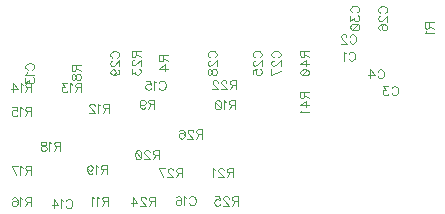
<source format=gbr>
G04 DipTrace 2.4.0.2*
%INBottomSilk.gbr*%
%MOIN*%
%ADD82C,0.0046*%
%FSLAX44Y44*%
G04*
G70*
G90*
G75*
G01*
%LNBotSilk*%
%LPD*%
X16119Y13080D2*
D82*
X16134Y13109D1*
X16162Y13138D1*
X16191Y13152D1*
X16248D1*
X16277Y13138D1*
X16306Y13109D1*
X16320Y13080D1*
X16334Y13037D1*
Y12965D1*
X16320Y12922D1*
X16306Y12894D1*
X16277Y12865D1*
X16248Y12850D1*
X16191D1*
X16162Y12865D1*
X16134Y12894D1*
X16119Y12922D1*
X16027Y13094D2*
X15998Y13109D1*
X15955Y13152D1*
Y12850D1*
X16155Y13652D2*
X16169Y13680D1*
X16198Y13709D1*
X16226Y13723D1*
X16284D1*
X16312Y13709D1*
X16341Y13680D1*
X16356Y13652D1*
X16370Y13609D1*
Y13537D1*
X16356Y13494D1*
X16341Y13465D1*
X16312Y13437D1*
X16284Y13422D1*
X16226D1*
X16198Y13437D1*
X16169Y13465D1*
X16155Y13494D1*
X16047Y13651D2*
Y13666D1*
X16033Y13695D1*
X16019Y13709D1*
X15990Y13723D1*
X15933D1*
X15904Y13709D1*
X15890Y13695D1*
X15875Y13666D1*
Y13637D1*
X15890Y13608D1*
X15918Y13566D1*
X16062Y13422D1*
X15861D1*
X17554Y11932D2*
X17568Y11960D1*
X17597Y11989D1*
X17625Y12004D1*
X17683D1*
X17712Y11989D1*
X17740Y11960D1*
X17755Y11932D1*
X17769Y11889D1*
Y11817D1*
X17755Y11774D1*
X17740Y11745D1*
X17712Y11717D1*
X17683Y11702D1*
X17625D1*
X17597Y11717D1*
X17568Y11745D1*
X17554Y11774D1*
X17432Y12003D2*
X17275D1*
X17361Y11889D1*
X17318D1*
X17289Y11874D1*
X17275Y11860D1*
X17260Y11817D1*
Y11788D1*
X17275Y11745D1*
X17303Y11716D1*
X17346Y11702D1*
X17390D1*
X17432Y11716D1*
X17447Y11731D1*
X17461Y11760D1*
X17085Y12486D2*
X17099Y12515D1*
X17128Y12544D1*
X17156Y12558D1*
X17214D1*
X17243Y12544D1*
X17271Y12515D1*
X17286Y12486D1*
X17300Y12443D1*
Y12371D1*
X17286Y12329D1*
X17271Y12300D1*
X17243Y12271D1*
X17214Y12257D1*
X17156D1*
X17128Y12271D1*
X17099Y12300D1*
X17085Y12329D1*
X16848Y12257D2*
Y12558D1*
X16992Y12357D1*
X16777D1*
X12997Y12958D2*
X12969Y12972D1*
X12940Y13001D1*
X12926Y13029D1*
Y13087D1*
X12940Y13115D1*
X12969Y13144D1*
X12997Y13159D1*
X13041Y13173D1*
X13113D1*
X13155Y13159D1*
X13184Y13144D1*
X13213Y13115D1*
X13227Y13087D1*
Y13029D1*
X13213Y13001D1*
X13184Y12972D1*
X13155Y12958D1*
X12998Y12850D2*
X12984D1*
X12955Y12836D1*
X12940Y12822D1*
X12926Y12793D1*
Y12736D1*
X12940Y12707D1*
X12955Y12693D1*
X12984Y12678D1*
X13012D1*
X13041Y12693D1*
X13084Y12721D1*
X13227Y12865D1*
Y12664D1*
X12926Y12399D2*
Y12543D1*
X13055Y12557D1*
X13041Y12543D1*
X13026Y12499D1*
Y12457D1*
X13041Y12414D1*
X13069Y12385D1*
X13113Y12370D1*
X13141D1*
X13184Y12385D1*
X13213Y12414D1*
X13227Y12457D1*
Y12499D1*
X13213Y12543D1*
X13198Y12557D1*
X13170Y12571D1*
X17182Y14445D2*
X17153Y14460D1*
X17125Y14489D1*
X17110Y14517D1*
Y14574D1*
X17125Y14603D1*
X17153Y14632D1*
X17182Y14646D1*
X17225Y14661D1*
X17297D1*
X17340Y14646D1*
X17369Y14632D1*
X17397Y14603D1*
X17412Y14574D1*
Y14517D1*
X17397Y14489D1*
X17369Y14460D1*
X17340Y14445D1*
X17182Y14338D2*
X17168D1*
X17139Y14324D1*
X17125Y14310D1*
X17111Y14281D1*
Y14223D1*
X17125Y14195D1*
X17139Y14181D1*
X17168Y14166D1*
X17196D1*
X17225Y14181D1*
X17268Y14209D1*
X17412Y14353D1*
Y14152D1*
X17153Y13887D2*
X17125Y13901D1*
X17111Y13944D1*
Y13973D1*
X17125Y14016D1*
X17168Y14045D1*
X17240Y14059D1*
X17311D1*
X17369Y14045D1*
X17397Y14016D1*
X17412Y13973D1*
Y13959D1*
X17397Y13916D1*
X17369Y13887D1*
X17325Y13873D1*
X17311D1*
X17268Y13887D1*
X17240Y13916D1*
X17225Y13959D1*
Y13973D1*
X17240Y14016D1*
X17268Y14045D1*
X17311Y14059D1*
X13622Y12958D2*
X13594Y12972D1*
X13565Y13001D1*
X13551Y13029D1*
Y13087D1*
X13565Y13115D1*
X13594Y13144D1*
X13622Y13159D1*
X13666Y13173D1*
X13738D1*
X13780Y13159D1*
X13809Y13144D1*
X13838Y13115D1*
X13852Y13087D1*
Y13029D1*
X13838Y13001D1*
X13809Y12972D1*
X13780Y12958D1*
X13623Y12850D2*
X13609D1*
X13580Y12836D1*
X13565Y12822D1*
X13551Y12793D1*
Y12736D1*
X13565Y12707D1*
X13580Y12693D1*
X13609Y12678D1*
X13637D1*
X13666Y12693D1*
X13709Y12721D1*
X13852Y12865D1*
Y12664D1*
Y12514D2*
X13551Y12370D1*
Y12571D1*
X11497Y12957D2*
X11469Y12972D1*
X11440Y13001D1*
X11426Y13029D1*
Y13086D1*
X11440Y13115D1*
X11469Y13144D1*
X11497Y13158D1*
X11541Y13173D1*
X11613D1*
X11655Y13158D1*
X11684Y13144D1*
X11713Y13115D1*
X11727Y13086D1*
Y13029D1*
X11713Y13001D1*
X11684Y12972D1*
X11655Y12957D1*
X11498Y12850D2*
X11484D1*
X11455Y12836D1*
X11440Y12822D1*
X11426Y12793D1*
Y12736D1*
X11440Y12707D1*
X11455Y12693D1*
X11484Y12678D1*
X11512D1*
X11541Y12693D1*
X11584Y12721D1*
X11727Y12865D1*
Y12664D1*
X11426Y12500D2*
X11440Y12542D1*
X11469Y12557D1*
X11498D1*
X11526Y12542D1*
X11541Y12514D1*
X11555Y12457D1*
X11569Y12413D1*
X11598Y12385D1*
X11627Y12371D1*
X11670D1*
X11698Y12385D1*
X11713Y12399D1*
X11727Y12442D1*
Y12500D1*
X11713Y12542D1*
X11698Y12557D1*
X11670Y12571D1*
X11627D1*
X11598Y12557D1*
X11569Y12528D1*
X11555Y12485D1*
X11541Y12428D1*
X11526Y12399D1*
X11498Y12385D1*
X11469D1*
X11440Y12399D1*
X11426Y12442D1*
Y12500D1*
X8247Y12951D2*
X8219Y12965D1*
X8190Y12994D1*
X8176Y13022D1*
Y13080D1*
X8190Y13108D1*
X8219Y13137D1*
X8247Y13151D1*
X8291Y13166D1*
X8363D1*
X8405Y13151D1*
X8434Y13137D1*
X8463Y13108D1*
X8477Y13080D1*
Y13022D1*
X8463Y12994D1*
X8434Y12965D1*
X8405Y12951D1*
X8248Y12843D2*
X8234D1*
X8205Y12829D1*
X8190Y12815D1*
X8176Y12786D1*
Y12729D1*
X8190Y12700D1*
X8205Y12686D1*
X8234Y12671D1*
X8262D1*
X8291Y12686D1*
X8334Y12714D1*
X8477Y12858D1*
Y12657D1*
X8276Y12378D2*
X8319Y12392D1*
X8348Y12421D1*
X8363Y12464D1*
Y12478D1*
X8348Y12521D1*
X8319Y12550D1*
X8276Y12564D1*
X8262D1*
X8219Y12550D1*
X8190Y12521D1*
X8176Y12478D1*
Y12464D1*
X8190Y12421D1*
X8219Y12392D1*
X8276Y12378D1*
X8348D1*
X8420Y12392D1*
X8463Y12421D1*
X8477Y12464D1*
Y12492D1*
X8463Y12535D1*
X8434Y12550D1*
X16247Y14458D2*
X16219Y14472D1*
X16190Y14501D1*
X16176Y14529D1*
Y14587D1*
X16190Y14615D1*
X16219Y14644D1*
X16247Y14659D1*
X16291Y14673D1*
X16363D1*
X16405Y14659D1*
X16434Y14644D1*
X16463Y14615D1*
X16477Y14587D1*
Y14529D1*
X16463Y14501D1*
X16434Y14472D1*
X16405Y14458D1*
X16176Y14336D2*
Y14179D1*
X16291Y14265D1*
Y14221D1*
X16305Y14193D1*
X16319Y14179D1*
X16363Y14164D1*
X16391D1*
X16434Y14179D1*
X16463Y14207D1*
X16477Y14250D1*
Y14293D1*
X16463Y14336D1*
X16448Y14350D1*
X16420Y14365D1*
X16176Y13985D2*
X16190Y14028D1*
X16234Y14057D1*
X16305Y14071D1*
X16348D1*
X16420Y14057D1*
X16463Y14028D1*
X16477Y13985D1*
Y13957D1*
X16463Y13914D1*
X16420Y13885D1*
X16348Y13870D1*
X16305D1*
X16234Y13885D1*
X16190Y13914D1*
X16176Y13957D1*
Y13985D1*
X16234Y13885D2*
X16420Y14057D1*
X7033Y12701D2*
Y12572D1*
X7018Y12529D1*
X7004Y12514D1*
X6975Y12500D1*
X6947D1*
X6918Y12514D1*
X6903Y12529D1*
X6889Y12572D1*
Y12701D1*
X7191D1*
X7033Y12601D2*
X7191Y12500D1*
X6890Y12336D2*
X6904Y12379D1*
X6932Y12393D1*
X6961D1*
X6990Y12379D1*
X7004Y12350D1*
X7019Y12293D1*
X7033Y12250D1*
X7062Y12221D1*
X7090Y12207D1*
X7133D1*
X7162Y12221D1*
X7176Y12235D1*
X7191Y12278D1*
Y12336D1*
X7176Y12379D1*
X7162Y12393D1*
X7133Y12407D1*
X7090D1*
X7062Y12393D1*
X7033Y12364D1*
X7019Y12322D1*
X7004Y12264D1*
X6990Y12235D1*
X6961Y12221D1*
X6932D1*
X6904Y12235D1*
X6890Y12278D1*
Y12336D1*
X9649Y11410D2*
X9520D1*
X9477Y11425D1*
X9462Y11439D1*
X9448Y11467D1*
Y11496D1*
X9462Y11525D1*
X9477Y11539D1*
X9520Y11554D1*
X9649D1*
Y11252D1*
X9548Y11410D2*
X9448Y11252D1*
X9168Y11453D2*
X9183Y11410D1*
X9211Y11381D1*
X9255Y11367D1*
X9269D1*
X9312Y11381D1*
X9340Y11410D1*
X9355Y11453D1*
Y11467D1*
X9340Y11511D1*
X9312Y11539D1*
X9269Y11553D1*
X9255D1*
X9211Y11539D1*
X9183Y11511D1*
X9168Y11453D1*
Y11381D1*
X9183Y11310D1*
X9211Y11266D1*
X9255Y11252D1*
X9283D1*
X9326Y11266D1*
X9340Y11295D1*
X12324Y11381D2*
X12195D1*
X12152Y11396D1*
X12137Y11410D1*
X12123Y11439D1*
Y11467D1*
X12137Y11496D1*
X12152Y11511D1*
X12195Y11525D1*
X12324D1*
Y11223D1*
X12223Y11381D2*
X12123Y11223D1*
X12030Y11467D2*
X12002Y11482D1*
X11958Y11525D1*
Y11223D1*
X11780Y11525D2*
X11823Y11510D1*
X11852Y11467D1*
X11866Y11396D1*
Y11352D1*
X11852Y11281D1*
X11823Y11238D1*
X11780Y11223D1*
X11751D1*
X11708Y11238D1*
X11679Y11281D1*
X11665Y11352D1*
Y11396D1*
X11679Y11467D1*
X11708Y11510D1*
X11751Y11525D1*
X11780D1*
X11679Y11467D2*
X11852Y11281D1*
X8108Y8171D2*
X7979D1*
X7936Y8185D1*
X7921Y8199D1*
X7907Y8228D1*
Y8257D1*
X7921Y8285D1*
X7936Y8300D1*
X7979Y8314D1*
X8108D1*
Y8013D1*
X8007Y8171D2*
X7907Y8013D1*
X7814Y8257D2*
X7785Y8271D1*
X7742Y8314D1*
Y8013D1*
X7650Y8257D2*
X7621Y8271D1*
X7578Y8314D1*
Y8013D1*
X18803Y14123D2*
Y13994D1*
X18789Y13951D1*
X18774Y13936D1*
X18746Y13922D1*
X18717D1*
X18688Y13936D1*
X18674Y13951D1*
X18660Y13994D1*
Y14123D1*
X18961D1*
X18803Y14022D2*
X18961Y13922D1*
X18717Y13829D2*
X18703Y13800D1*
X18660Y13757D1*
X18961D1*
X9944Y13026D2*
Y12897D1*
X9930Y12854D1*
X9916Y12839D1*
X9887Y12825D1*
X9858D1*
X9830Y12839D1*
X9815Y12854D1*
X9801Y12897D1*
Y13026D1*
X10102D1*
X9944Y12926D2*
X10102Y12825D1*
Y12589D2*
X9801D1*
X10002Y12732D1*
Y12517D1*
X14648Y13166D2*
Y13037D1*
X14633Y12994D1*
X14619Y12979D1*
X14591Y12965D1*
X14562D1*
X14533Y12979D1*
X14519Y12994D1*
X14504Y13037D1*
Y13166D1*
X14806D1*
X14648Y13065D2*
X14806Y12965D1*
Y12729D2*
X14505D1*
X14705Y12872D1*
Y12657D1*
X14505Y12478D2*
X14519Y12521D1*
X14562Y12550D1*
X14634Y12564D1*
X14677D1*
X14748Y12550D1*
X14792Y12521D1*
X14806Y12478D1*
Y12450D1*
X14792Y12407D1*
X14748Y12378D1*
X14677Y12364D1*
X14634D1*
X14562Y12378D1*
X14519Y12407D1*
X14505Y12450D1*
Y12478D1*
X14562Y12378D2*
X14748Y12550D1*
X14640Y11803D2*
Y11674D1*
X14625Y11631D1*
X14611Y11616D1*
X14583Y11602D1*
X14554D1*
X14525Y11616D1*
X14511Y11631D1*
X14496Y11674D1*
Y11803D1*
X14798D1*
X14640Y11703D2*
X14798Y11602D1*
Y11366D2*
X14497D1*
X14697Y11509D1*
Y11294D1*
X14554Y11202D2*
X14539Y11173D1*
X14497Y11130D1*
X14798D1*
X8128Y11273D2*
X7999D1*
X7956Y11287D1*
X7941Y11302D1*
X7927Y11330D1*
Y11359D1*
X7941Y11387D1*
X7956Y11402D1*
X7999Y11416D1*
X8128D1*
Y11115D1*
X8027Y11273D2*
X7927Y11115D1*
X7834Y11359D2*
X7806Y11373D1*
X7762Y11416D1*
Y11115D1*
X7655Y11344D2*
Y11359D1*
X7641Y11387D1*
X7627Y11402D1*
X7598Y11416D1*
X7540D1*
X7512Y11402D1*
X7498Y11387D1*
X7483Y11359D1*
Y11330D1*
X7498Y11301D1*
X7526Y11258D1*
X7670Y11115D1*
X7469D1*
X7211Y11956D2*
X7082D1*
X7039Y11971D1*
X7025Y11985D1*
X7010Y12013D1*
Y12042D1*
X7025Y12071D1*
X7039Y12085D1*
X7082Y12100D1*
X7211D1*
Y11798D1*
X7111Y11956D2*
X7010Y11798D1*
X6918Y12042D2*
X6889Y12057D1*
X6846Y12099D1*
Y11798D1*
X6724Y12099D2*
X6567D1*
X6653Y11985D1*
X6610D1*
X6581Y11970D1*
X6567Y11956D1*
X6552Y11913D1*
Y11884D1*
X6567Y11841D1*
X6595Y11812D1*
X6639Y11798D1*
X6682D1*
X6724Y11812D1*
X6739Y11827D1*
X6753Y11856D1*
X5421Y12549D2*
X5393Y12564D1*
X5364Y12592D1*
X5350Y12621D1*
Y12678D1*
X5364Y12707D1*
X5393Y12736D1*
X5421Y12750D1*
X5464Y12765D1*
X5536D1*
X5579Y12750D1*
X5608Y12736D1*
X5637Y12707D1*
X5651Y12678D1*
Y12621D1*
X5637Y12592D1*
X5608Y12564D1*
X5579Y12549D1*
X5407Y12457D2*
X5393Y12428D1*
X5350Y12385D1*
X5651D1*
X5350Y12263D2*
Y12106D1*
X5465Y12192D1*
Y12148D1*
X5479Y12120D1*
X5493Y12106D1*
X5536Y12091D1*
X5565D1*
X5608Y12106D1*
X5637Y12134D1*
X5651Y12177D1*
Y12220D1*
X5637Y12263D1*
X5622Y12277D1*
X5594Y12292D1*
X5551Y11967D2*
X5422D1*
X5379Y11982D1*
X5364Y11996D1*
X5350Y12025D1*
Y12053D1*
X5364Y12082D1*
X5379Y12097D1*
X5422Y12111D1*
X5551D1*
Y11809D1*
X5451Y11967D2*
X5350Y11809D1*
X5257Y12053D2*
X5229Y12068D1*
X5185Y12111D1*
Y11809D1*
X4949D2*
Y12111D1*
X5093Y11910D1*
X4878D1*
X5546Y11161D2*
X5417D1*
X5374Y11176D1*
X5359Y11190D1*
X5345Y11218D1*
Y11247D1*
X5359Y11276D1*
X5374Y11290D1*
X5417Y11305D1*
X5546D1*
Y11003D1*
X5445Y11161D2*
X5345Y11003D1*
X5252Y11247D2*
X5223Y11262D1*
X5180Y11304D1*
Y11003D1*
X4916Y11304D2*
X5059D1*
X5073Y11175D1*
X5059Y11190D1*
X5016Y11204D1*
X4973D1*
X4930Y11190D1*
X4901Y11161D1*
X4887Y11118D1*
Y11089D1*
X4901Y11046D1*
X4930Y11017D1*
X4973Y11003D1*
X5016D1*
X5059Y11017D1*
X5073Y11032D1*
X5088Y11061D1*
X5543Y8151D2*
X5414D1*
X5371Y8165D1*
X5357Y8179D1*
X5342Y8208D1*
Y8237D1*
X5357Y8265D1*
X5371Y8280D1*
X5414Y8294D1*
X5543D1*
Y7993D1*
X5443Y8151D2*
X5342Y7993D1*
X5250Y8236D2*
X5221Y8251D1*
X5178Y8294D1*
Y7993D1*
X4913Y8251D2*
X4927Y8280D1*
X4970Y8294D1*
X4999D1*
X5042Y8280D1*
X5071Y8236D1*
X5085Y8165D1*
Y8093D1*
X5071Y8036D1*
X5042Y8007D1*
X4999Y7993D1*
X4985D1*
X4942Y8007D1*
X4913Y8036D1*
X4899Y8079D1*
Y8093D1*
X4913Y8136D1*
X4942Y8165D1*
X4985Y8179D1*
X4999D1*
X5042Y8165D1*
X5071Y8136D1*
X5085Y8093D1*
X5546Y9199D2*
X5417D1*
X5374Y9214D1*
X5359Y9228D1*
X5345Y9257D1*
Y9286D1*
X5359Y9314D1*
X5374Y9329D1*
X5417Y9343D1*
X5546D1*
Y9042D1*
X5445Y9199D2*
X5345Y9042D1*
X5252Y9285D2*
X5223Y9300D1*
X5180Y9343D1*
Y9042D1*
X5030D2*
X4887Y9343D1*
X5088D1*
X6511Y10006D2*
X6382D1*
X6339Y10020D1*
X6324Y10035D1*
X6310Y10063D1*
Y10092D1*
X6324Y10120D1*
X6339Y10135D1*
X6382Y10149D1*
X6511D1*
Y9848D1*
X6411Y10006D2*
X6310Y9848D1*
X6218Y10092D2*
X6189Y10106D1*
X6146Y10149D1*
Y9848D1*
X5981Y10149D2*
X6024Y10135D1*
X6039Y10106D1*
Y10077D1*
X6024Y10049D1*
X5996Y10034D1*
X5938Y10020D1*
X5895Y10006D1*
X5867Y9977D1*
X5852Y9948D1*
Y9905D1*
X5867Y9877D1*
X5881Y9862D1*
X5924Y9848D1*
X5981D1*
X6024Y9862D1*
X6039Y9877D1*
X6053Y9905D1*
Y9948D1*
X6039Y9977D1*
X6010Y10006D1*
X5967Y10020D1*
X5910Y10034D1*
X5881Y10049D1*
X5867Y10077D1*
Y10106D1*
X5881Y10135D1*
X5924Y10149D1*
X5981D1*
X6694Y8162D2*
X6708Y8191D1*
X6737Y8220D1*
X6765Y8234D1*
X6823D1*
X6852Y8220D1*
X6880Y8191D1*
X6895Y8162D1*
X6909Y8119D1*
Y8047D1*
X6895Y8004D1*
X6880Y7976D1*
X6852Y7947D1*
X6823Y7932D1*
X6765D1*
X6737Y7947D1*
X6708Y7976D1*
X6694Y8004D1*
X6601Y8176D2*
X6572Y8191D1*
X6529Y8234D1*
Y7932D1*
X6293D2*
Y8234D1*
X6437Y8033D1*
X6221D1*
X8055Y9225D2*
X7926D1*
X7883Y9240D1*
X7869Y9254D1*
X7854Y9283D1*
Y9312D1*
X7869Y9340D1*
X7883Y9355D1*
X7926Y9369D1*
X8055D1*
Y9068D1*
X7955Y9225D2*
X7854Y9068D1*
X7762Y9311D2*
X7733Y9326D1*
X7690Y9369D1*
Y9068D1*
X7410Y9269D2*
X7425Y9225D1*
X7453Y9197D1*
X7497Y9182D1*
X7511D1*
X7554Y9197D1*
X7582Y9225D1*
X7597Y9269D1*
Y9283D1*
X7582Y9326D1*
X7554Y9354D1*
X7511Y9369D1*
X7497D1*
X7453Y9354D1*
X7425Y9326D1*
X7410Y9269D1*
Y9197D1*
X7425Y9125D1*
X7453Y9082D1*
X7497Y9068D1*
X7525D1*
X7568Y9082D1*
X7582Y9111D1*
X9796Y9722D2*
X9667D1*
X9624Y9737D1*
X9609Y9751D1*
X9595Y9779D1*
Y9808D1*
X9609Y9837D1*
X9624Y9851D1*
X9667Y9866D1*
X9796D1*
Y9564D1*
X9695Y9722D2*
X9595Y9564D1*
X9488Y9794D2*
Y9808D1*
X9473Y9837D1*
X9459Y9851D1*
X9430Y9865D1*
X9373D1*
X9344Y9851D1*
X9330Y9837D1*
X9316Y9808D1*
Y9779D1*
X9330Y9751D1*
X9359Y9708D1*
X9502Y9564D1*
X9301D1*
X9122Y9865D2*
X9165Y9851D1*
X9194Y9808D1*
X9209Y9736D1*
Y9693D1*
X9194Y9622D1*
X9165Y9578D1*
X9122Y9564D1*
X9094D1*
X9051Y9578D1*
X9022Y9622D1*
X9008Y9693D1*
Y9736D1*
X9022Y9808D1*
X9051Y9851D1*
X9094Y9865D1*
X9122D1*
X9022Y9808D2*
X9194Y9622D1*
X12262Y9123D2*
X12133D1*
X12090Y9137D1*
X12075Y9152D1*
X12061Y9180D1*
Y9209D1*
X12075Y9237D1*
X12090Y9252D1*
X12133Y9266D1*
X12262D1*
Y8965D1*
X12162Y9123D2*
X12061Y8965D1*
X11954Y9194D2*
Y9209D1*
X11940Y9237D1*
X11925Y9252D1*
X11897Y9266D1*
X11839D1*
X11811Y9252D1*
X11796Y9237D1*
X11782Y9209D1*
Y9180D1*
X11796Y9151D1*
X11825Y9108D1*
X11969Y8965D1*
X11768D1*
X11675Y9209D2*
X11646Y9223D1*
X11603Y9266D1*
Y8965D1*
X12359Y12051D2*
X12230D1*
X12186Y12065D1*
X12172Y12080D1*
X12158Y12108D1*
Y12137D1*
X12172Y12165D1*
X12186Y12180D1*
X12230Y12194D1*
X12359D1*
Y11893D1*
X12258Y12051D2*
X12158Y11893D1*
X12050Y12122D2*
Y12137D1*
X12036Y12165D1*
X12022Y12180D1*
X11993Y12194D1*
X11936D1*
X11907Y12180D1*
X11893Y12165D1*
X11878Y12137D1*
Y12108D1*
X11893Y12079D1*
X11921Y12036D1*
X12065Y11893D1*
X11864D1*
X11757Y12122D2*
Y12137D1*
X11743Y12165D1*
X11728Y12180D1*
X11699Y12194D1*
X11642D1*
X11614Y12180D1*
X11599Y12165D1*
X11585Y12137D1*
Y12108D1*
X11599Y12079D1*
X11628Y12036D1*
X11771Y11893D1*
X11570D1*
X9033Y13175D2*
Y13046D1*
X9018Y13003D1*
X9004Y12988D1*
X8975Y12974D1*
X8946D1*
X8918Y12988D1*
X8903Y13003D1*
X8889Y13046D1*
Y13175D1*
X9190D1*
X9033Y13074D2*
X9190Y12974D1*
X8961Y12867D2*
X8947D1*
X8918Y12852D1*
X8904Y12838D1*
X8889Y12809D1*
Y12752D1*
X8904Y12723D1*
X8918Y12709D1*
X8947Y12694D1*
X8975D1*
X9004Y12709D1*
X9047Y12738D1*
X9190Y12881D1*
Y12680D1*
X8889Y12559D2*
Y12401D1*
X9004Y12487D1*
Y12444D1*
X9018Y12415D1*
X9033Y12401D1*
X9076Y12387D1*
X9104D1*
X9147Y12401D1*
X9176Y12430D1*
X9190Y12473D1*
Y12516D1*
X9176Y12559D1*
X9162Y12573D1*
X9133Y12588D1*
X9665Y8171D2*
X9536D1*
X9493Y8185D1*
X9478Y8200D1*
X9464Y8228D1*
Y8257D1*
X9478Y8286D1*
X9493Y8300D1*
X9536Y8314D1*
X9665D1*
Y8013D1*
X9565Y8171D2*
X9464Y8013D1*
X9357Y8242D2*
Y8257D1*
X9343Y8286D1*
X9328Y8300D1*
X9300Y8314D1*
X9242D1*
X9214Y8300D1*
X9199Y8286D1*
X9185Y8257D1*
Y8228D1*
X9199Y8199D1*
X9228Y8157D1*
X9372Y8013D1*
X9171D1*
X8934D2*
Y8314D1*
X9078Y8113D1*
X8863D1*
X12429Y8180D2*
X12300D1*
X12257Y8194D1*
X12242Y8208D1*
X12228Y8237D1*
Y8266D1*
X12242Y8294D1*
X12257Y8309D1*
X12300Y8323D1*
X12429D1*
Y8022D1*
X12329Y8180D2*
X12228Y8022D1*
X12121Y8251D2*
Y8266D1*
X12107Y8294D1*
X12092Y8309D1*
X12064Y8323D1*
X12006D1*
X11978Y8309D1*
X11963Y8294D1*
X11949Y8266D1*
Y8237D1*
X11963Y8208D1*
X11992Y8165D1*
X12135Y8022D1*
X11935D1*
X11670Y8323D2*
X11813D1*
X11827Y8194D1*
X11813Y8208D1*
X11770Y8223D1*
X11727D1*
X11684Y8208D1*
X11655Y8180D1*
X11641Y8137D1*
Y8108D1*
X11655Y8065D1*
X11684Y8036D1*
X11727Y8022D1*
X11770D1*
X11813Y8036D1*
X11827Y8051D1*
X11842Y8079D1*
X11241Y10412D2*
X11112D1*
X11069Y10427D1*
X11055Y10441D1*
X11040Y10469D1*
Y10498D1*
X11055Y10527D1*
X11069Y10541D1*
X11112Y10556D1*
X11241D1*
Y10254D1*
X11141Y10412D2*
X11040Y10254D1*
X10933Y10484D2*
Y10498D1*
X10919Y10527D1*
X10905Y10541D1*
X10876Y10555D1*
X10818D1*
X10790Y10541D1*
X10776Y10527D1*
X10761Y10498D1*
Y10469D1*
X10776Y10441D1*
X10804Y10398D1*
X10948Y10254D1*
X10747D1*
X10482Y10513D2*
X10496Y10541D1*
X10539Y10555D1*
X10568D1*
X10611Y10541D1*
X10640Y10498D1*
X10654Y10426D1*
Y10355D1*
X10640Y10297D1*
X10611Y10268D1*
X10568Y10254D1*
X10554D1*
X10511Y10268D1*
X10482Y10297D1*
X10468Y10340D1*
Y10355D1*
X10482Y10398D1*
X10511Y10426D1*
X10554Y10441D1*
X10568D1*
X10611Y10426D1*
X10640Y10398D1*
X10654Y10355D1*
X10575Y9121D2*
X10446D1*
X10403Y9135D1*
X10389Y9150D1*
X10375Y9178D1*
Y9207D1*
X10389Y9236D1*
X10403Y9250D1*
X10446Y9264D1*
X10575D1*
Y8963D1*
X10475Y9121D2*
X10375Y8963D1*
X10267Y9193D2*
Y9207D1*
X10253Y9236D1*
X10239Y9250D1*
X10210Y9264D1*
X10153D1*
X10124Y9250D1*
X10110Y9236D1*
X10095Y9207D1*
Y9178D1*
X10110Y9149D1*
X10138Y9107D1*
X10282Y8963D1*
X10081D1*
X9931D2*
X9787Y9264D1*
X9988D1*
X9804Y12109D2*
X9818Y12138D1*
X9847Y12167D1*
X9876Y12181D1*
X9933D1*
X9962Y12167D1*
X9990Y12138D1*
X10005Y12109D1*
X10019Y12066D1*
Y11994D1*
X10005Y11951D1*
X9990Y11922D1*
X9962Y11894D1*
X9933Y11879D1*
X9876D1*
X9847Y11894D1*
X9818Y11922D1*
X9804Y11951D1*
X9711Y12123D2*
X9682Y12138D1*
X9639Y12180D1*
Y11879D1*
X9375Y12180D2*
X9518D1*
X9532Y12051D1*
X9518Y12066D1*
X9475Y12080D1*
X9432D1*
X9389Y12066D1*
X9360Y12037D1*
X9346Y11994D1*
Y11966D1*
X9360Y11922D1*
X9389Y11894D1*
X9432Y11879D1*
X9475D1*
X9518Y11894D1*
X9532Y11908D1*
X9547Y11937D1*
X10805Y8261D2*
X10819Y8290D1*
X10848Y8319D1*
X10876Y8333D1*
X10934D1*
X10963Y8319D1*
X10991Y8290D1*
X11006Y8261D1*
X11020Y8218D1*
Y8146D1*
X11006Y8103D1*
X10991Y8074D1*
X10963Y8046D1*
X10934Y8031D1*
X10876D1*
X10848Y8046D1*
X10819Y8074D1*
X10805Y8103D1*
X10712Y8275D2*
X10683Y8290D1*
X10640Y8332D1*
Y8031D1*
X10375Y8290D2*
X10390Y8318D1*
X10433Y8332D1*
X10461D1*
X10504Y8318D1*
X10533Y8275D1*
X10547Y8203D1*
Y8132D1*
X10533Y8074D1*
X10504Y8046D1*
X10461Y8031D1*
X10447D1*
X10404Y8046D1*
X10375Y8074D1*
X10361Y8118D1*
Y8132D1*
X10375Y8175D1*
X10404Y8203D1*
X10447Y8218D1*
X10461D1*
X10504Y8203D1*
X10533Y8175D1*
X10547Y8132D1*
M02*

</source>
